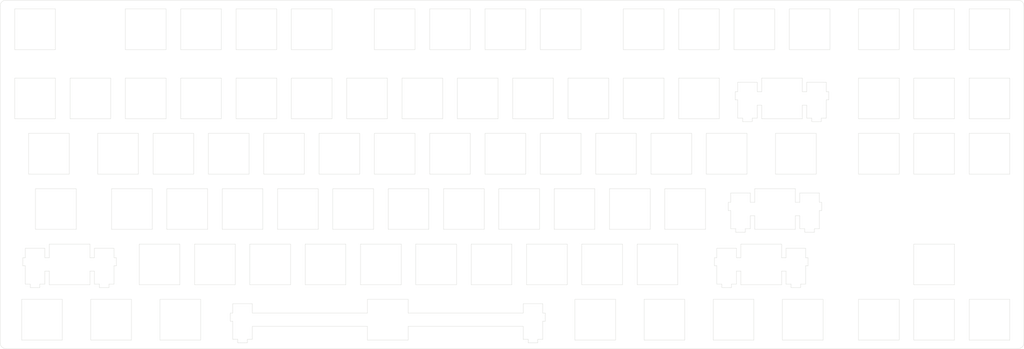
<source format=kicad_pcb>
(kicad_pcb (version 20171130) (host pcbnew "(5.1.2)-1")

  (general
    (thickness 1.6)
    (drawings 516)
    (tracks 0)
    (zones 0)
    (modules 0)
    (nets 1)
  )

  (page A4)
  (layers
    (0 F.Cu signal)
    (31 B.Cu signal)
    (32 B.Adhes user)
    (33 F.Adhes user)
    (34 B.Paste user)
    (35 F.Paste user)
    (36 B.SilkS user)
    (37 F.SilkS user)
    (38 B.Mask user)
    (39 F.Mask user)
    (40 Dwgs.User user)
    (41 Cmts.User user)
    (42 Eco1.User user)
    (43 Eco2.User user)
    (44 Edge.Cuts user)
    (45 Margin user)
    (46 B.CrtYd user)
    (47 F.CrtYd user)
    (48 B.Fab user)
    (49 F.Fab user)
  )

  (setup
    (last_trace_width 0.25)
    (trace_clearance 0.2)
    (zone_clearance 0.508)
    (zone_45_only no)
    (trace_min 0.2)
    (via_size 0.8)
    (via_drill 0.4)
    (via_min_size 0.4)
    (via_min_drill 0.3)
    (uvia_size 0.3)
    (uvia_drill 0.1)
    (uvias_allowed no)
    (uvia_min_size 0.2)
    (uvia_min_drill 0.1)
    (edge_width 0.05)
    (segment_width 0.2)
    (pcb_text_width 0.3)
    (pcb_text_size 1.5 1.5)
    (mod_edge_width 0.12)
    (mod_text_size 1 1)
    (mod_text_width 0.15)
    (pad_size 1.524 1.524)
    (pad_drill 0.762)
    (pad_to_mask_clearance 0.051)
    (solder_mask_min_width 0.25)
    (aux_axis_origin 0 0)
    (visible_elements 7FFFFFFF)
    (pcbplotparams
      (layerselection 0x010fc_ffffffff)
      (usegerberextensions false)
      (usegerberattributes false)
      (usegerberadvancedattributes false)
      (creategerberjobfile false)
      (excludeedgelayer true)
      (linewidth 0.100000)
      (plotframeref false)
      (viasonmask false)
      (mode 1)
      (useauxorigin false)
      (hpglpennumber 1)
      (hpglpenspeed 20)
      (hpglpendiameter 15.000000)
      (psnegative false)
      (psa4output false)
      (plotreference true)
      (plotvalue true)
      (plotinvisibletext false)
      (padsonsilk false)
      (subtractmaskfromsilk false)
      (outputformat 1)
      (mirror false)
      (drillshape 1)
      (scaleselection 1)
      (outputdirectory ""))
  )

  (net 0 "")

  (net_class Default "This is the default net class."
    (clearance 0.2)
    (trace_width 0.25)
    (via_dia 0.8)
    (via_drill 0.4)
    (uvia_dia 0.3)
    (uvia_drill 0.1)
  )

  (gr_arc (start 61.5 158) (end 61.5 160) (angle 90) (layer Edge.Cuts) (width 0.1))
  (gr_arc (start 410 158) (end 410 160) (angle -90) (layer Edge.Cuts) (width 0.1))
  (gr_arc (start 410 42) (end 410 40) (angle 90) (layer Edge.Cuts) (width 0.1))
  (gr_arc (start 61.5 42) (end 61.5 40) (angle -90) (layer Edge.Cuts) (width 0.097))
  (gr_line (start 149.962616 118.9365) (end 135.961916 118.9365) (layer Edge.Cuts) (width 0.09906))
  (gr_line (start 393.136916 85.8872) (end 407.137916 85.8872) (layer Edge.Cuts) (width 0.09906))
  (gr_line (start 85.668916 118.9365) (end 71.668116 118.9365) (layer Edge.Cuts) (width 0.09906))
  (gr_line (start 71.668116 104.9372) (end 85.668916 104.9372) (layer Edge.Cuts) (width 0.09906))
  (gr_line (start 135.961916 118.9365) (end 135.961916 104.9372) (layer Edge.Cuts) (width 0.09906))
  (gr_line (start 97.861916 118.9365) (end 97.861916 104.9372) (layer Edge.Cuts) (width 0.09906))
  (gr_line (start 116.911916 118.9365) (end 116.911916 104.9372) (layer Edge.Cuts) (width 0.09906))
  (gr_line (start 116.911916 104.9372) (end 130.912616 104.9372) (layer Edge.Cuts) (width 0.09906))
  (gr_line (start 149.962616 104.9372) (end 149.962616 118.9365) (layer Edge.Cuts) (width 0.09906))
  (gr_line (start 155.011916 118.9365) (end 155.011916 104.9372) (layer Edge.Cuts) (width 0.09906))
  (gr_line (start 169.012916 118.9365) (end 155.011916 118.9365) (layer Edge.Cuts) (width 0.09906))
  (gr_line (start 207.112916 118.9365) (end 193.111916 118.9365) (layer Edge.Cuts) (width 0.09906))
  (gr_line (start 155.011916 104.9372) (end 169.012916 104.9372) (layer Edge.Cuts) (width 0.09906))
  (gr_line (start 71.668116 118.9365) (end 71.668116 104.9372) (layer Edge.Cuts) (width 0.09906))
  (gr_line (start 193.111916 118.9365) (end 193.111916 104.9372) (layer Edge.Cuts) (width 0.09906))
  (gr_line (start 111.862616 104.9372) (end 111.862616 118.9365) (layer Edge.Cuts) (width 0.09906))
  (gr_line (start 169.012916 104.9372) (end 169.012916 118.9365) (layer Edge.Cuts) (width 0.09906))
  (gr_line (start 135.961916 104.9372) (end 149.962616 104.9372) (layer Edge.Cuts) (width 0.09906))
  (gr_line (start 97.861916 104.9372) (end 111.862616 104.9372) (layer Edge.Cuts) (width 0.09906))
  (gr_line (start 130.912616 118.9365) (end 116.911916 118.9365) (layer Edge.Cuts) (width 0.09906))
  (gr_line (start 130.912616 104.9372) (end 130.912616 118.9365) (layer Edge.Cuts) (width 0.09906))
  (gr_line (start 188.062915 118.9365) (end 174.061916 118.9365) (layer Edge.Cuts) (width 0.09906))
  (gr_line (start 188.062915 104.9372) (end 188.062915 118.9365) (layer Edge.Cuts) (width 0.09906))
  (gr_line (start 407.137916 85.8872) (end 407.137916 99.8865) (layer Edge.Cuts) (width 0.09906))
  (gr_line (start 111.862616 118.9365) (end 97.861916 118.9365) (layer Edge.Cuts) (width 0.09906))
  (gr_line (start 85.668916 104.9372) (end 85.668916 118.9365) (layer Edge.Cuts) (width 0.09906))
  (gr_line (start 174.061916 118.9365) (end 174.061916 104.9372) (layer Edge.Cuts) (width 0.09906))
  (gr_line (start 174.061916 104.9372) (end 188.062915 104.9372) (layer Edge.Cuts) (width 0.09906))
  (gr_line (start 333.318916 104.9372) (end 319.317916 104.9372) (layer Edge.Cuts) (width 0.09906))
  (gr_line (start 334.842916 114.2375) (end 334.842916 118.7079) (layer Edge.Cuts) (width 0.09906))
  (gr_line (start 121.387616 137.9866) (end 107.386916 137.9866) (layer Edge.Cuts) (width 0.09906))
  (gr_line (start 311.042916 118.7079) (end 312.766916 118.7079) (layer Edge.Cuts) (width 0.09906))
  (gr_line (start 283.312916 118.9365) (end 269.311916 118.9365) (layer Edge.Cuts) (width 0.09906))
  (gr_line (start 288.361916 104.9372) (end 302.362916 104.9372) (layer Edge.Cuts) (width 0.09906))
  (gr_line (start 334.842916 109.6377) (end 333.318916 109.6377) (layer Edge.Cuts) (width 0.09906))
  (gr_line (start 269.311916 118.9365) (end 269.311916 104.9372) (layer Edge.Cuts) (width 0.09906))
  (gr_line (start 311.042916 109.6377) (end 310.218916 109.6377) (layer Edge.Cuts) (width 0.09906))
  (gr_line (start 317.793916 118.7079) (end 317.793916 114.2375) (layer Edge.Cuts) (width 0.09906))
  (gr_line (start 245.212916 104.9372) (end 245.212916 118.9365) (layer Edge.Cuts) (width 0.09906))
  (gr_line (start 231.211916 104.9372) (end 245.212916 104.9372) (layer Edge.Cuts) (width 0.09906))
  (gr_line (start 140.437616 137.9866) (end 126.436916 137.9866) (layer Edge.Cuts) (width 0.09906))
  (gr_line (start 269.311916 104.9372) (end 283.312916 104.9372) (layer Edge.Cuts) (width 0.09906))
  (gr_line (start 302.362916 104.9372) (end 302.362916 118.9365) (layer Edge.Cuts) (width 0.09906))
  (gr_line (start 339.868916 118.7079) (end 341.593916 118.7079) (layer Edge.Cuts) (width 0.09906))
  (gr_line (start 310.218916 109.6377) (end 310.218916 112.4377) (layer Edge.Cuts) (width 0.09906))
  (gr_line (start 334.842916 118.7079) (end 336.567916 118.7079) (layer Edge.Cuts) (width 0.09906))
  (gr_line (start 316.066915 119.9067) (end 316.066915 118.7079) (layer Edge.Cuts) (width 0.09906))
  (gr_line (start 319.317916 118.9365) (end 333.318916 118.9365) (layer Edge.Cuts) (width 0.09906))
  (gr_line (start 317.793916 106.4076) (end 311.042916 106.4076) (layer Edge.Cuts) (width 0.09906))
  (gr_line (start 212.161916 118.9365) (end 212.161916 104.9372) (layer Edge.Cuts) (width 0.09906))
  (gr_line (start 319.317916 114.2375) (end 319.317916 118.9365) (layer Edge.Cuts) (width 0.09906))
  (gr_line (start 341.593916 112.4377) (end 342.417916 112.4377) (layer Edge.Cuts) (width 0.09906))
  (gr_line (start 231.211916 118.9365) (end 231.211916 104.9372) (layer Edge.Cuts) (width 0.09906))
  (gr_line (start 333.318916 109.6377) (end 333.318916 104.9372) (layer Edge.Cuts) (width 0.09906))
  (gr_line (start 311.042916 112.4377) (end 311.042916 118.7079) (layer Edge.Cuts) (width 0.09906))
  (gr_line (start 126.436916 137.9866) (end 126.436916 123.9872) (layer Edge.Cuts) (width 0.09906))
  (gr_line (start 250.261916 104.9372) (end 264.262916 104.9372) (layer Edge.Cuts) (width 0.09906))
  (gr_line (start 341.593916 106.4076) (end 334.842916 106.4076) (layer Edge.Cuts) (width 0.09906))
  (gr_line (start 341.593916 109.6377) (end 341.593916 106.4076) (layer Edge.Cuts) (width 0.09906))
  (gr_line (start 342.417916 109.6377) (end 341.593916 109.6377) (layer Edge.Cuts) (width 0.09906))
  (gr_line (start 341.593916 118.7079) (end 341.593916 112.4377) (layer Edge.Cuts) (width 0.09906))
  (gr_line (start 336.567916 118.7079) (end 336.567916 119.9067) (layer Edge.Cuts) (width 0.09906))
  (gr_line (start 310.218916 112.4377) (end 311.042916 112.4377) (layer Edge.Cuts) (width 0.09906))
  (gr_line (start 121.387616 123.9872) (end 121.387616 137.9866) (layer Edge.Cuts) (width 0.09906))
  (gr_line (start 319.317916 109.6377) (end 317.793916 109.6377) (layer Edge.Cuts) (width 0.09906))
  (gr_line (start 317.793916 114.2375) (end 319.317916 114.2375) (layer Edge.Cuts) (width 0.09906))
  (gr_line (start 339.868916 119.9067) (end 339.868916 118.7079) (layer Edge.Cuts) (width 0.09906))
  (gr_line (start 336.567916 119.9067) (end 339.868916 119.9067) (layer Edge.Cuts) (width 0.09906))
  (gr_line (start 312.766916 118.7079) (end 312.766916 119.9067) (layer Edge.Cuts) (width 0.09906))
  (gr_line (start 333.318916 114.2375) (end 334.842916 114.2375) (layer Edge.Cuts) (width 0.09906))
  (gr_line (start 311.042916 106.4076) (end 311.042916 109.6377) (layer Edge.Cuts) (width 0.09906))
  (gr_line (start 319.317916 104.9372) (end 319.317916 109.6377) (layer Edge.Cuts) (width 0.09906))
  (gr_line (start 107.386916 137.9866) (end 107.386916 123.9872) (layer Edge.Cuts) (width 0.09906))
  (gr_line (start 333.318916 118.9365) (end 333.318916 114.2375) (layer Edge.Cuts) (width 0.09906))
  (gr_line (start 316.066915 118.7079) (end 317.793916 118.7079) (layer Edge.Cuts) (width 0.09906))
  (gr_line (start 207.112916 104.9372) (end 207.112916 118.9365) (layer Edge.Cuts) (width 0.09906))
  (gr_line (start 250.261916 118.9365) (end 250.261916 104.9372) (layer Edge.Cuts) (width 0.09906))
  (gr_line (start 334.842916 106.4076) (end 334.842916 109.6377) (layer Edge.Cuts) (width 0.09906))
  (gr_line (start 264.262916 104.9372) (end 264.262916 118.9365) (layer Edge.Cuts) (width 0.09906))
  (gr_line (start 283.312916 104.9372) (end 283.312916 118.9365) (layer Edge.Cuts) (width 0.09906))
  (gr_line (start 288.361916 118.9365) (end 288.361916 104.9372) (layer Edge.Cuts) (width 0.09906))
  (gr_line (start 193.111916 104.9372) (end 207.112916 104.9372) (layer Edge.Cuts) (width 0.09906))
  (gr_line (start 342.417916 112.4377) (end 342.417916 109.6377) (layer Edge.Cuts) (width 0.09906))
  (gr_line (start 212.161916 104.9372) (end 226.162916 104.9372) (layer Edge.Cuts) (width 0.09906))
  (gr_line (start 226.162916 118.9365) (end 212.161916 118.9365) (layer Edge.Cuts) (width 0.09906))
  (gr_line (start 312.766916 119.9067) (end 316.066915 119.9067) (layer Edge.Cuts) (width 0.09906))
  (gr_line (start 107.386916 123.9872) (end 121.387616 123.9872) (layer Edge.Cuts) (width 0.09906))
  (gr_line (start 226.162916 104.9372) (end 226.162916 118.9365) (layer Edge.Cuts) (width 0.09906))
  (gr_line (start 245.212916 118.9365) (end 231.211916 118.9365) (layer Edge.Cuts) (width 0.09906))
  (gr_line (start 302.362916 118.9365) (end 288.361916 118.9365) (layer Edge.Cuts) (width 0.09906))
  (gr_line (start 264.262916 118.9365) (end 250.261916 118.9365) (layer Edge.Cuts) (width 0.09906))
  (gr_line (start 317.793916 109.6377) (end 317.793916 106.4076) (layer Edge.Cuts) (width 0.09906))
  (gr_line (start 374.086916 157.03664) (end 374.086916 143.0371) (layer Edge.Cuts) (width 0.09906))
  (gr_line (start 257.406916 157.03664) (end 257.406916 143.0371) (layer Edge.Cuts) (width 0.09906))
  (gr_line (start 388.087916 157.03664) (end 374.086916 157.03664) (layer Edge.Cuts) (width 0.09906))
  (gr_line (start 306.281916 131.4878) (end 306.281916 137.7579) (layer Edge.Cuts) (width 0.09906))
  (gr_line (start 305.456916 128.6877) (end 305.456916 131.4878) (layer Edge.Cuts) (width 0.09906))
  (gr_line (start 66.906946 143.0371) (end 80.906416 143.0371) (layer Edge.Cuts) (width 0.09906))
  (gr_line (start 281.217916 143.0371) (end 295.218916 143.0371) (layer Edge.Cuts) (width 0.09906))
  (gr_line (start 407.137916 157.03664) (end 393.136916 157.03664) (layer Edge.Cuts) (width 0.09906))
  (gr_line (start 281.217916 157.03664) (end 281.217916 143.0371) (layer Edge.Cuts) (width 0.09906))
  (gr_line (start 104.718916 143.0371) (end 104.718916 157.03664) (layer Edge.Cuts) (width 0.09906))
  (gr_line (start 305.031916 143.0371) (end 319.030915 143.0371) (layer Edge.Cuts) (width 0.09906))
  (gr_line (start 328.842916 143.0371) (end 342.843916 143.0371) (layer Edge.Cuts) (width 0.09906))
  (gr_line (start 342.843916 143.0371) (end 342.843916 157.03664) (layer Edge.Cuts) (width 0.09906))
  (gr_line (start 388.087916 143.0371) (end 388.087916 157.03664) (layer Edge.Cuts) (width 0.09906))
  (gr_line (start 314.555916 133.2875) (end 314.555916 137.9866) (layer Edge.Cuts) (width 0.09906))
  (gr_line (start 311.304916 137.7579) (end 313.030916 137.7579) (layer Edge.Cuts) (width 0.09906))
  (gr_line (start 393.136916 157.03664) (end 393.136916 143.0371) (layer Edge.Cuts) (width 0.09906))
  (gr_line (start 311.304916 138.9568) (end 311.304916 137.7579) (layer Edge.Cuts) (width 0.09906))
  (gr_line (start 306.281916 125.4575) (end 306.281916 128.6877) (layer Edge.Cuts) (width 0.09906))
  (gr_line (start 128.531416 157.03664) (end 114.532116 157.03664) (layer Edge.Cuts) (width 0.09906))
  (gr_line (start 319.030915 157.03664) (end 305.031916 157.03664) (layer Edge.Cuts) (width 0.09906))
  (gr_line (start 319.030915 143.0371) (end 319.030915 157.03664) (layer Edge.Cuts) (width 0.09906))
  (gr_line (start 407.137916 143.0371) (end 407.137916 157.03664) (layer Edge.Cuts) (width 0.09906))
  (gr_line (start 114.532116 157.03664) (end 114.532116 143.0371) (layer Edge.Cuts) (width 0.09906))
  (gr_line (start 355.036916 157.03664) (end 355.036916 143.0371) (layer Edge.Cuts) (width 0.09906))
  (gr_line (start 257.406916 143.0371) (end 271.405916 143.0371) (layer Edge.Cuts) (width 0.09906))
  (gr_line (start 104.718916 157.03664) (end 90.718116 157.03664) (layer Edge.Cuts) (width 0.09906))
  (gr_line (start 369.037916 143.0371) (end 369.037916 157.03664) (layer Edge.Cuts) (width 0.09906))
  (gr_line (start 374.086916 143.0371) (end 388.087916 143.0371) (layer Edge.Cuts) (width 0.09906))
  (gr_line (start 306.281916 137.7579) (end 308.005916 137.7579) (layer Edge.Cuts) (width 0.09906))
  (gr_line (start 308.005916 138.9568) (end 311.304916 138.9568) (layer Edge.Cuts) (width 0.09906))
  (gr_line (start 305.456916 131.4878) (end 306.281916 131.4878) (layer Edge.Cuts) (width 0.09906))
  (gr_line (start 306.281916 128.6877) (end 305.456916 128.6877) (layer Edge.Cuts) (width 0.09906))
  (gr_line (start 314.555916 137.9866) (end 328.555916 137.9866) (layer Edge.Cuts) (width 0.09906))
  (gr_line (start 271.405916 157.03664) (end 257.406916 157.03664) (layer Edge.Cuts) (width 0.09906))
  (gr_line (start 66.906946 157.03664) (end 66.906946 143.0371) (layer Edge.Cuts) (width 0.09906))
  (gr_line (start 313.030916 125.4575) (end 306.281916 125.4575) (layer Edge.Cuts) (width 0.09906))
  (gr_line (start 313.030916 128.6877) (end 313.030916 125.4575) (layer Edge.Cuts) (width 0.09906))
  (gr_line (start 80.906416 157.03664) (end 66.906946 157.03664) (layer Edge.Cuts) (width 0.09906))
  (gr_line (start 114.532116 143.0371) (end 128.531416 143.0371) (layer Edge.Cuts) (width 0.09906))
  (gr_line (start 314.555916 128.6877) (end 313.030916 128.6877) (layer Edge.Cuts) (width 0.09906))
  (gr_line (start 314.555916 123.9872) (end 314.555916 128.6877) (layer Edge.Cuts) (width 0.09906))
  (gr_line (start 80.906416 143.0371) (end 80.906416 157.03664) (layer Edge.Cuts) (width 0.09906))
  (gr_line (start 271.405916 143.0371) (end 271.405916 157.03664) (layer Edge.Cuts) (width 0.09906))
  (gr_line (start 295.218916 157.03664) (end 281.217916 157.03664) (layer Edge.Cuts) (width 0.09906))
  (gr_line (start 342.843916 157.03664) (end 328.842916 157.03664) (layer Edge.Cuts) (width 0.09906))
  (gr_line (start 128.531416 143.0371) (end 128.531416 157.03664) (layer Edge.Cuts) (width 0.09906))
  (gr_line (start 355.036916 143.0371) (end 369.037916 143.0371) (layer Edge.Cuts) (width 0.09906))
  (gr_line (start 305.031916 157.03664) (end 305.031916 143.0371) (layer Edge.Cuts) (width 0.09906))
  (gr_line (start 313.030916 137.7579) (end 313.030916 133.2875) (layer Edge.Cuts) (width 0.09906))
  (gr_line (start 313.030916 133.2875) (end 314.555916 133.2875) (layer Edge.Cuts) (width 0.09906))
  (gr_line (start 90.718116 157.03664) (end 90.718116 143.0371) (layer Edge.Cuts) (width 0.09906))
  (gr_line (start 295.218916 143.0371) (end 295.218916 157.03664) (layer Edge.Cuts) (width 0.09906))
  (gr_line (start 369.037916 157.03664) (end 355.036916 157.03664) (layer Edge.Cuts) (width 0.09906))
  (gr_line (start 328.842916 157.03664) (end 328.842916 143.0371) (layer Edge.Cuts) (width 0.09906))
  (gr_line (start 308.005916 137.7579) (end 308.005916 138.9568) (layer Edge.Cuts) (width 0.09906))
  (gr_line (start 90.718116 143.0371) (end 104.718916 143.0371) (layer Edge.Cuts) (width 0.09906))
  (gr_line (start 241.317916 158.00678) (end 244.618916 158.00678) (layer Edge.Cuts) (width 0.09906))
  (gr_line (start 144.618716 158.00678) (end 144.618716 156.80789) (layer Edge.Cuts) (width 0.09906))
  (gr_line (start 59.5 158) (end 59.5 42) (layer Edge.Cuts) (width 0.09906))
  (gr_line (start 139.593116 144.5075) (end 139.593116 147.7377) (layer Edge.Cuts) (width 0.09906))
  (gr_line (start 244.618916 156.80789) (end 246.343916 156.80789) (layer Edge.Cuts) (width 0.09906))
  (gr_line (start 244.618916 158.00678) (end 244.618916 156.80789) (layer Edge.Cuts) (width 0.09906))
  (gr_line (start 146.343816 152.33753) (end 185.967916 152.33753) (layer Edge.Cuts) (width 0.09906))
  (gr_line (start 61.5 40) (end 410 40) (layer Edge.Cuts) (width 0.09906))
  (gr_line (start 239.592916 147.7377) (end 199.968916 147.7377) (layer Edge.Cuts) (width 0.09906))
  (gr_line (start 144.618716 156.80789) (end 146.343816 156.80789) (layer Edge.Cuts) (width 0.09906))
  (gr_line (start 239.592916 144.5075) (end 239.592916 147.7377) (layer Edge.Cuts) (width 0.09906))
  (gr_line (start 247.167916 147.7377) (end 246.343916 147.7377) (layer Edge.Cuts) (width 0.09906))
  (gr_line (start 138.769016 147.7377) (end 138.769016 150.53783) (layer Edge.Cuts) (width 0.09906))
  (gr_line (start 239.592916 156.80789) (end 241.317916 156.80789) (layer Edge.Cuts) (width 0.09906))
  (gr_line (start 141.318116 158.00678) (end 144.618716 158.00678) (layer Edge.Cuts) (width 0.09906))
  (gr_line (start 199.968916 152.33753) (end 239.592916 152.33753) (layer Edge.Cuts) (width 0.09906))
  (gr_line (start 138.769016 150.53783) (end 139.593116 150.53783) (layer Edge.Cuts) (width 0.09906))
  (gr_line (start 146.343816 156.80789) (end 146.343816 152.33753) (layer Edge.Cuts) (width 0.09906))
  (gr_line (start 141.318116 156.80789) (end 141.318116 158.00678) (layer Edge.Cuts) (width 0.09906))
  (gr_line (start 146.343816 144.5075) (end 139.593116 144.5075) (layer Edge.Cuts) (width 0.09906))
  (gr_line (start 246.343916 144.5075) (end 239.592916 144.5075) (layer Edge.Cuts) (width 0.09906))
  (gr_line (start 139.593116 147.7377) (end 138.769016 147.7377) (layer Edge.Cuts) (width 0.09906))
  (gr_line (start 393.136916 143.0371) (end 407.137916 143.0371) (layer Edge.Cuts) (width 0.09906))
  (gr_line (start 246.343916 156.80789) (end 246.343916 150.53783) (layer Edge.Cuts) (width 0.09906))
  (gr_line (start 185.967916 143.0371) (end 185.967916 147.7377) (layer Edge.Cuts) (width 0.09906))
  (gr_line (start 199.968916 143.0371) (end 185.967916 143.0371) (layer Edge.Cuts) (width 0.09906))
  (gr_line (start 199.968916 147.7377) (end 199.968916 143.0371) (layer Edge.Cuts) (width 0.09906))
  (gr_line (start 246.343916 147.7377) (end 246.343916 144.5075) (layer Edge.Cuts) (width 0.09906))
  (gr_line (start 247.167916 150.53783) (end 247.167916 147.7377) (layer Edge.Cuts) (width 0.09906))
  (gr_line (start 246.343916 150.53783) (end 247.167916 150.53783) (layer Edge.Cuts) (width 0.09906))
  (gr_line (start 241.317916 156.80789) (end 241.317916 158.00678) (layer Edge.Cuts) (width 0.09906))
  (gr_line (start 199.968916 157.03664) (end 199.968916 152.33753) (layer Edge.Cuts) (width 0.09906))
  (gr_line (start 146.343816 147.7377) (end 146.343816 144.5075) (layer Edge.Cuts) (width 0.09906))
  (gr_line (start 185.967916 147.7377) (end 146.343816 147.7377) (layer Edge.Cuts) (width 0.09906))
  (gr_line (start 139.593116 150.53783) (end 139.593116 156.80789) (layer Edge.Cuts) (width 0.09906))
  (gr_line (start 239.592916 152.33753) (end 239.592916 156.80789) (layer Edge.Cuts) (width 0.09906))
  (gr_line (start 185.967916 157.03664) (end 199.968916 157.03664) (layer Edge.Cuts) (width 0.09906))
  (gr_line (start 139.593116 156.80789) (end 141.318116 156.80789) (layer Edge.Cuts) (width 0.09906))
  (gr_line (start 185.967916 152.33753) (end 185.967916 157.03664) (layer Edge.Cuts) (width 0.09906))
  (gr_line (start 410 160) (end 61.5 160) (layer Edge.Cuts) (width 0.09906))
  (gr_line (start 412 42) (end 412 158) (layer Edge.Cuts) (width 0.09906))
  (gr_line (start 320.174915 68.3076) (end 313.425916 68.3076) (layer Edge.Cuts) (width 0.09906))
  (gr_line (start 320.174915 71.5377) (end 320.174915 68.3076) (layer Edge.Cuts) (width 0.09906))
  (gr_line (start 321.700916 71.5377) (end 320.174915 71.5377) (layer Edge.Cuts) (width 0.09906))
  (gr_line (start 69.286826 99.8865) (end 69.286826 85.8872) (layer Edge.Cuts) (width 0.09906))
  (gr_line (start 393.136916 80.8365) (end 393.136916 66.8372) (layer Edge.Cuts) (width 0.09906))
  (gr_line (start 355.036916 66.8372) (end 369.037916 66.8372) (layer Edge.Cuts) (width 0.09906))
  (gr_line (start 315.148916 80.6079) (end 315.148916 81.8067) (layer Edge.Cuts) (width 0.09906))
  (gr_line (start 288.074916 66.8372) (end 288.074916 80.8365) (layer Edge.Cuts) (width 0.09906))
  (gr_line (start 374.086916 66.8372) (end 388.087916 66.8372) (layer Edge.Cuts) (width 0.09906))
  (gr_line (start 355.036916 80.8365) (end 355.036916 66.8372) (layer Edge.Cuts) (width 0.09906))
  (gr_line (start 318.449916 80.6079) (end 320.174915 80.6079) (layer Edge.Cuts) (width 0.09906))
  (gr_line (start 312.599916 71.5377) (end 312.599916 74.3377) (layer Edge.Cuts) (width 0.09906))
  (gr_line (start 293.125916 80.8365) (end 293.125916 66.8372) (layer Edge.Cuts) (width 0.09906))
  (gr_line (start 374.086916 80.8365) (end 374.086916 66.8372) (layer Edge.Cuts) (width 0.09906))
  (gr_line (start 393.136916 66.8372) (end 407.137916 66.8372) (layer Edge.Cuts) (width 0.09906))
  (gr_line (start 83.287716 99.8865) (end 69.286826 99.8865) (layer Edge.Cuts) (width 0.09906))
  (gr_line (start 320.174915 76.1375) (end 321.700916 76.1375) (layer Edge.Cuts) (width 0.09906))
  (gr_line (start 407.137916 80.8365) (end 393.136916 80.8365) (layer Edge.Cuts) (width 0.09906))
  (gr_line (start 342.249916 81.8067) (end 342.249916 80.6079) (layer Edge.Cuts) (width 0.09906))
  (gr_line (start 337.225916 71.5377) (end 335.699916 71.5377) (layer Edge.Cuts) (width 0.09906))
  (gr_line (start 343.974916 80.6079) (end 343.974916 74.3377) (layer Edge.Cuts) (width 0.09906))
  (gr_line (start 312.599916 74.3377) (end 313.425916 74.3377) (layer Edge.Cuts) (width 0.09906))
  (gr_line (start 344.800916 74.3377) (end 344.800916 71.5377) (layer Edge.Cuts) (width 0.09906))
  (gr_line (start 321.700916 76.1375) (end 321.700916 80.8365) (layer Edge.Cuts) (width 0.09906))
  (gr_line (start 288.074916 80.8365) (end 274.075916 80.8365) (layer Edge.Cuts) (width 0.09906))
  (gr_line (start 313.425916 71.5377) (end 312.599916 71.5377) (layer Edge.Cuts) (width 0.09906))
  (gr_line (start 274.075916 66.8372) (end 288.074916 66.8372) (layer Edge.Cuts) (width 0.09906))
  (gr_line (start 313.425916 74.3377) (end 313.425916 80.6079) (layer Edge.Cuts) (width 0.09906))
  (gr_line (start 388.087916 80.8365) (end 374.086916 80.8365) (layer Edge.Cuts) (width 0.09906))
  (gr_line (start 338.950916 81.8067) (end 342.249916 81.8067) (layer Edge.Cuts) (width 0.09906))
  (gr_line (start 335.699916 66.8372) (end 321.700916 66.8372) (layer Edge.Cuts) (width 0.09906))
  (gr_line (start 342.249916 80.6079) (end 343.974916 80.6079) (layer Edge.Cuts) (width 0.09906))
  (gr_line (start 388.087916 66.8372) (end 388.087916 80.8365) (layer Edge.Cuts) (width 0.09906))
  (gr_line (start 335.699916 71.5377) (end 335.699916 66.8372) (layer Edge.Cuts) (width 0.09906))
  (gr_line (start 313.425916 80.6079) (end 315.148916 80.6079) (layer Edge.Cuts) (width 0.09906))
  (gr_line (start 344.800916 71.5377) (end 343.974916 71.5377) (layer Edge.Cuts) (width 0.09906))
  (gr_line (start 307.124916 80.8365) (end 293.125916 80.8365) (layer Edge.Cuts) (width 0.09906))
  (gr_line (start 307.124916 66.8372) (end 307.124916 80.8365) (layer Edge.Cuts) (width 0.09906))
  (gr_line (start 293.125916 66.8372) (end 307.124916 66.8372) (layer Edge.Cuts) (width 0.09906))
  (gr_line (start 369.037916 80.8365) (end 355.036916 80.8365) (layer Edge.Cuts) (width 0.09906))
  (gr_line (start 369.037916 66.8372) (end 369.037916 80.8365) (layer Edge.Cuts) (width 0.09906))
  (gr_line (start 407.137916 66.8372) (end 407.137916 80.8365) (layer Edge.Cuts) (width 0.09906))
  (gr_line (start 337.225916 68.3076) (end 337.225916 71.5377) (layer Edge.Cuts) (width 0.09906))
  (gr_line (start 343.974916 68.3076) (end 337.225916 68.3076) (layer Edge.Cuts) (width 0.09906))
  (gr_line (start 337.225916 80.6079) (end 338.950916 80.6079) (layer Edge.Cuts) (width 0.09906))
  (gr_line (start 343.974916 74.3377) (end 344.800916 74.3377) (layer Edge.Cuts) (width 0.09906))
  (gr_line (start 335.699916 76.1375) (end 337.225916 76.1375) (layer Edge.Cuts) (width 0.09906))
  (gr_line (start 343.974916 71.5377) (end 343.974916 68.3076) (layer Edge.Cuts) (width 0.09906))
  (gr_line (start 338.950916 80.6079) (end 338.950916 81.8067) (layer Edge.Cuts) (width 0.09906))
  (gr_line (start 337.225916 76.1375) (end 337.225916 80.6079) (layer Edge.Cuts) (width 0.09906))
  (gr_line (start 335.699916 80.8365) (end 335.699916 76.1375) (layer Edge.Cuts) (width 0.09906))
  (gr_line (start 318.449916 81.8067) (end 318.449916 80.6079) (layer Edge.Cuts) (width 0.09906))
  (gr_line (start 313.425916 68.3076) (end 313.425916 71.5377) (layer Edge.Cuts) (width 0.09906))
  (gr_line (start 321.700916 80.8365) (end 335.699916 80.8365) (layer Edge.Cuts) (width 0.09906))
  (gr_line (start 320.174915 80.6079) (end 320.174915 76.1375) (layer Edge.Cuts) (width 0.09906))
  (gr_line (start 321.700916 66.8372) (end 321.700916 71.5377) (layer Edge.Cuts) (width 0.09906))
  (gr_line (start 315.148916 81.8067) (end 318.449916 81.8067) (layer Edge.Cuts) (width 0.09906))
  (gr_line (start 388.087916 99.8865) (end 374.086916 99.8865) (layer Edge.Cuts) (width 0.09906))
  (gr_line (start 245.500916 85.8872) (end 259.499916 85.8872) (layer Edge.Cuts) (width 0.09906))
  (gr_line (start 302.650916 99.8865) (end 302.650916 85.8872) (layer Edge.Cuts) (width 0.09906))
  (gr_line (start 207.400916 99.8865) (end 207.400916 85.8872) (layer Edge.Cuts) (width 0.09906))
  (gr_line (start 369.037916 99.8865) (end 355.036916 99.8865) (layer Edge.Cuts) (width 0.09906))
  (gr_line (start 297.599916 85.8872) (end 297.599916 99.8865) (layer Edge.Cuts) (width 0.09906))
  (gr_line (start 388.087916 85.8872) (end 388.087916 99.8865) (layer Edge.Cuts) (width 0.09906))
  (gr_line (start 126.150116 99.8865) (end 112.150816 99.8865) (layer Edge.Cuts) (width 0.09906))
  (gr_line (start 226.450916 99.8865) (end 226.450916 85.8872) (layer Edge.Cuts) (width 0.09906))
  (gr_line (start 107.100116 99.8865) (end 93.100716 99.8865) (layer Edge.Cuts) (width 0.09906))
  (gr_line (start 107.100116 85.8872) (end 107.100116 99.8865) (layer Edge.Cuts) (width 0.09906))
  (gr_line (start 112.150816 99.8865) (end 112.150816 85.8872) (layer Edge.Cuts) (width 0.09906))
  (gr_line (start 264.550916 85.8872) (end 278.549916 85.8872) (layer Edge.Cuts) (width 0.09906))
  (gr_line (start 150.250816 99.8865) (end 150.250816 85.8872) (layer Edge.Cuts) (width 0.09906))
  (gr_line (start 169.300916 85.8872) (end 183.299916 85.8872) (layer Edge.Cuts) (width 0.09906))
  (gr_line (start 302.650916 85.8872) (end 316.649916 85.8872) (layer Edge.Cuts) (width 0.09906))
  (gr_line (start 207.400916 85.8872) (end 221.399916 85.8872) (layer Edge.Cuts) (width 0.09906))
  (gr_line (start 374.086916 85.8872) (end 388.087916 85.8872) (layer Edge.Cuts) (width 0.09906))
  (gr_line (start 93.100716 85.8872) (end 107.100116 85.8872) (layer Edge.Cuts) (width 0.09906))
  (gr_line (start 240.449916 85.8872) (end 240.449916 99.8865) (layer Edge.Cuts) (width 0.09906))
  (gr_line (start 283.600916 99.8865) (end 283.600916 85.8872) (layer Edge.Cuts) (width 0.09906))
  (gr_line (start 126.150116 85.8872) (end 126.150116 99.8865) (layer Edge.Cuts) (width 0.09906))
  (gr_line (start 112.150816 85.8872) (end 126.150116 85.8872) (layer Edge.Cuts) (width 0.09906))
  (gr_line (start 183.299916 99.8865) (end 169.300916 99.8865) (layer Edge.Cuts) (width 0.09906))
  (gr_line (start 407.137916 99.8865) (end 393.136916 99.8865) (layer Edge.Cuts) (width 0.09906))
  (gr_line (start 221.399916 99.8865) (end 207.400916 99.8865) (layer Edge.Cuts) (width 0.09906))
  (gr_line (start 278.549916 85.8872) (end 278.549916 99.8865) (layer Edge.Cuts) (width 0.09906))
  (gr_line (start 326.461916 85.8872) (end 340.462916 85.8872) (layer Edge.Cuts) (width 0.09906))
  (gr_line (start 131.200816 99.8865) (end 131.200816 85.8872) (layer Edge.Cuts) (width 0.09906))
  (gr_line (start 145.200116 85.8872) (end 145.200116 99.8865) (layer Edge.Cuts) (width 0.09906))
  (gr_line (start 326.461916 99.8865) (end 326.461916 85.8872) (layer Edge.Cuts) (width 0.09906))
  (gr_line (start 164.249916 85.8872) (end 164.249916 99.8865) (layer Edge.Cuts) (width 0.09906))
  (gr_line (start 183.299916 85.8872) (end 183.299916 99.8865) (layer Edge.Cuts) (width 0.09906))
  (gr_line (start 374.086916 99.8865) (end 374.086916 85.8872) (layer Edge.Cuts) (width 0.09906))
  (gr_line (start 221.399916 85.8872) (end 221.399916 99.8865) (layer Edge.Cuts) (width 0.09906))
  (gr_line (start 264.550916 99.8865) (end 264.550916 85.8872) (layer Edge.Cuts) (width 0.09906))
  (gr_line (start 245.500916 99.8865) (end 245.500916 85.8872) (layer Edge.Cuts) (width 0.09906))
  (gr_line (start 188.350916 99.8865) (end 188.350916 85.8872) (layer Edge.Cuts) (width 0.09906))
  (gr_line (start 340.462916 99.8865) (end 326.461916 99.8865) (layer Edge.Cuts) (width 0.09906))
  (gr_line (start 164.249916 99.8865) (end 150.250816 99.8865) (layer Edge.Cuts) (width 0.09906))
  (gr_line (start 83.287716 85.8872) (end 83.287716 99.8865) (layer Edge.Cuts) (width 0.09906))
  (gr_line (start 240.449916 99.8865) (end 226.450916 99.8865) (layer Edge.Cuts) (width 0.09906))
  (gr_line (start 259.499916 99.8865) (end 245.500916 99.8865) (layer Edge.Cuts) (width 0.09906))
  (gr_line (start 259.499916 85.8872) (end 259.499916 99.8865) (layer Edge.Cuts) (width 0.09906))
  (gr_line (start 316.649916 99.8865) (end 302.650916 99.8865) (layer Edge.Cuts) (width 0.09906))
  (gr_line (start 69.286826 85.8872) (end 83.287716 85.8872) (layer Edge.Cuts) (width 0.09906))
  (gr_line (start 93.100716 99.8865) (end 93.100716 85.8872) (layer Edge.Cuts) (width 0.09906))
  (gr_line (start 145.200116 99.8865) (end 131.200816 99.8865) (layer Edge.Cuts) (width 0.09906))
  (gr_line (start 131.200816 85.8872) (end 145.200116 85.8872) (layer Edge.Cuts) (width 0.09906))
  (gr_line (start 297.599916 99.8865) (end 283.600916 99.8865) (layer Edge.Cuts) (width 0.09906))
  (gr_line (start 355.036916 85.8872) (end 369.037916 85.8872) (layer Edge.Cuts) (width 0.09906))
  (gr_line (start 150.250816 85.8872) (end 164.249916 85.8872) (layer Edge.Cuts) (width 0.09906))
  (gr_line (start 169.300916 99.8865) (end 169.300916 85.8872) (layer Edge.Cuts) (width 0.09906))
  (gr_line (start 202.349916 85.8872) (end 202.349916 99.8865) (layer Edge.Cuts) (width 0.09906))
  (gr_line (start 188.350916 85.8872) (end 202.349916 85.8872) (layer Edge.Cuts) (width 0.09906))
  (gr_line (start 393.136916 99.8865) (end 393.136916 85.8872) (layer Edge.Cuts) (width 0.09906))
  (gr_line (start 283.600916 85.8872) (end 297.599916 85.8872) (layer Edge.Cuts) (width 0.09906))
  (gr_line (start 278.549916 99.8865) (end 264.550916 99.8865) (layer Edge.Cuts) (width 0.09906))
  (gr_line (start 316.649916 85.8872) (end 316.649916 99.8865) (layer Edge.Cuts) (width 0.09906))
  (gr_line (start 340.462916 85.8872) (end 340.462916 99.8865) (layer Edge.Cuts) (width 0.09906))
  (gr_line (start 202.349916 99.8865) (end 188.350916 99.8865) (layer Edge.Cuts) (width 0.09906))
  (gr_line (start 226.450916 85.8872) (end 240.449916 85.8872) (layer Edge.Cuts) (width 0.09906))
  (gr_line (start 355.036916 99.8865) (end 355.036916 85.8872) (layer Edge.Cuts) (width 0.09906))
  (gr_line (start 369.037916 85.8872) (end 369.037916 99.8865) (layer Edge.Cuts) (width 0.09906))
  (gr_line (start 116.625116 66.8372) (end 116.625116 80.8365) (layer Edge.Cuts) (width 0.09906))
  (gr_line (start 369.037916 43.025) (end 369.037916 57.025) (layer Edge.Cuts) (width 0.09906))
  (gr_line (start 102.625816 66.8372) (end 116.625116 66.8372) (layer Edge.Cuts) (width 0.09906))
  (gr_line (start 249.974916 66.8372) (end 249.974916 80.8365) (layer Edge.Cuts) (width 0.09906))
  (gr_line (start 255.025916 80.8365) (end 255.025916 66.8372) (layer Edge.Cuts) (width 0.09906))
  (gr_line (start 388.087916 43.025) (end 388.087916 57.025) (layer Edge.Cuts) (width 0.09906))
  (gr_line (start 407.137916 57.025) (end 393.136916 57.025) (layer Edge.Cuts) (width 0.09906))
  (gr_line (start 121.675816 66.8372) (end 135.675116 66.8372) (layer Edge.Cuts) (width 0.09906))
  (gr_line (start 159.774916 66.8372) (end 173.773916 66.8372) (layer Edge.Cuts) (width 0.09906))
  (gr_line (start 211.874916 66.8372) (end 211.874916 80.8365) (layer Edge.Cuts) (width 0.09906))
  (gr_line (start 83.575716 80.8365) (end 83.575716 66.8372) (layer Edge.Cuts) (width 0.09906))
  (gr_line (start 97.575116 80.8365) (end 83.575716 80.8365) (layer Edge.Cuts) (width 0.09906))
  (gr_line (start 274.075916 80.8365) (end 274.075916 66.8372) (layer Edge.Cuts) (width 0.09906))
  (gr_line (start 121.675816 80.8365) (end 121.675816 66.8372) (layer Edge.Cuts) (width 0.09906))
  (gr_line (start 197.875916 80.8365) (end 197.875916 66.8372) (layer Edge.Cuts) (width 0.09906))
  (gr_line (start 255.025916 66.8372) (end 269.024916 66.8372) (layer Edge.Cuts) (width 0.09906))
  (gr_line (start 211.874916 80.8365) (end 197.875916 80.8365) (layer Edge.Cuts) (width 0.09906))
  (gr_line (start 312.175916 43.025) (end 326.174915 43.025) (layer Edge.Cuts) (width 0.09906))
  (gr_line (start 135.675116 66.8372) (end 135.675116 80.8365) (layer Edge.Cuts) (width 0.09906))
  (gr_line (start 78.525216 66.8372) (end 78.525216 80.8365) (layer Edge.Cuts) (width 0.09906))
  (gr_line (start 345.224916 43.025) (end 345.224916 57.025) (layer Edge.Cuts) (width 0.09906))
  (gr_line (start 331.225916 43.025) (end 345.224916 43.025) (layer Edge.Cuts) (width 0.09906))
  (gr_line (start 173.773916 80.8365) (end 159.774916 80.8365) (layer Edge.Cuts) (width 0.09906))
  (gr_line (start 388.087916 57.025) (end 374.086916 57.025) (layer Edge.Cuts) (width 0.09906))
  (gr_line (start 393.136916 43.025) (end 407.137916 43.025) (layer Edge.Cuts) (width 0.09906))
  (gr_line (start 140.725816 80.8365) (end 140.725816 66.8372) (layer Edge.Cuts) (width 0.09906))
  (gr_line (start 97.575116 66.8372) (end 97.575116 80.8365) (layer Edge.Cuts) (width 0.09906))
  (gr_line (start 159.774916 80.8365) (end 159.774916 66.8372) (layer Edge.Cuts) (width 0.09906))
  (gr_line (start 64.524326 80.8365) (end 64.524326 66.8372) (layer Edge.Cuts) (width 0.09906))
  (gr_line (start 102.625816 80.8365) (end 102.625816 66.8372) (layer Edge.Cuts) (width 0.09906))
  (gr_line (start 235.975916 80.8365) (end 235.975916 66.8372) (layer Edge.Cuts) (width 0.09906))
  (gr_line (start 135.675116 80.8365) (end 121.675816 80.8365) (layer Edge.Cuts) (width 0.09906))
  (gr_line (start 154.725116 80.8365) (end 140.725816 80.8365) (layer Edge.Cuts) (width 0.09906))
  (gr_line (start 230.924916 66.8372) (end 230.924916 80.8365) (layer Edge.Cuts) (width 0.09906))
  (gr_line (start 178.824916 80.8365) (end 178.824916 66.8372) (layer Edge.Cuts) (width 0.09906))
  (gr_line (start 216.925916 80.8365) (end 216.925916 66.8372) (layer Edge.Cuts) (width 0.09906))
  (gr_line (start 326.174915 57.025) (end 312.175916 57.025) (layer Edge.Cuts) (width 0.09906))
  (gr_line (start 173.773916 66.8372) (end 173.773916 80.8365) (layer Edge.Cuts) (width 0.09906))
  (gr_line (start 355.036916 43.025) (end 369.037916 43.025) (layer Edge.Cuts) (width 0.09906))
  (gr_line (start 326.174915 43.025) (end 326.174915 57.025) (layer Edge.Cuts) (width 0.09906))
  (gr_line (start 355.036916 57.025) (end 355.036916 43.025) (layer Edge.Cuts) (width 0.09906))
  (gr_line (start 178.824916 66.8372) (end 192.824915 66.8372) (layer Edge.Cuts) (width 0.09906))
  (gr_line (start 369.037916 57.025) (end 355.036916 57.025) (layer Edge.Cuts) (width 0.09906))
  (gr_line (start 249.974916 80.8365) (end 235.975916 80.8365) (layer Edge.Cuts) (width 0.09906))
  (gr_line (start 374.086916 57.025) (end 374.086916 43.025) (layer Edge.Cuts) (width 0.09906))
  (gr_line (start 216.925916 66.8372) (end 230.924916 66.8372) (layer Edge.Cuts) (width 0.09906))
  (gr_line (start 374.086916 43.025) (end 388.087916 43.025) (layer Edge.Cuts) (width 0.09906))
  (gr_line (start 407.137916 43.025) (end 407.137916 57.025) (layer Edge.Cuts) (width 0.09906))
  (gr_line (start 64.524326 66.8372) (end 78.525216 66.8372) (layer Edge.Cuts) (width 0.09906))
  (gr_line (start 197.875916 66.8372) (end 211.874916 66.8372) (layer Edge.Cuts) (width 0.09906))
  (gr_line (start 269.024916 66.8372) (end 269.024916 80.8365) (layer Edge.Cuts) (width 0.09906))
  (gr_line (start 116.625116 80.8365) (end 102.625816 80.8365) (layer Edge.Cuts) (width 0.09906))
  (gr_line (start 192.824915 80.8365) (end 178.824916 80.8365) (layer Edge.Cuts) (width 0.09906))
  (gr_line (start 192.824915 66.8372) (end 192.824915 80.8365) (layer Edge.Cuts) (width 0.09906))
  (gr_line (start 140.725816 66.8372) (end 154.725116 66.8372) (layer Edge.Cuts) (width 0.09906))
  (gr_line (start 331.225916 57.025) (end 331.225916 43.025) (layer Edge.Cuts) (width 0.09906))
  (gr_line (start 393.136916 57.025) (end 393.136916 43.025) (layer Edge.Cuts) (width 0.09906))
  (gr_line (start 154.725116 66.8372) (end 154.725116 80.8365) (layer Edge.Cuts) (width 0.09906))
  (gr_line (start 235.975916 66.8372) (end 249.974916 66.8372) (layer Edge.Cuts) (width 0.09906))
  (gr_line (start 269.024916 80.8365) (end 255.025916 80.8365) (layer Edge.Cuts) (width 0.09906))
  (gr_line (start 83.575716 66.8372) (end 97.575116 66.8372) (layer Edge.Cuts) (width 0.09906))
  (gr_line (start 230.924916 80.8365) (end 216.925916 80.8365) (layer Edge.Cuts) (width 0.09906))
  (gr_line (start 345.224916 57.025) (end 331.225916 57.025) (layer Edge.Cuts) (width 0.09906))
  (gr_line (start 78.525216 80.8365) (end 64.524326 80.8365) (layer Edge.Cuts) (width 0.09906))
  (gr_line (start 312.175916 57.025) (end 312.175916 43.025) (layer Edge.Cuts) (width 0.09906))
  (gr_line (start 64.524326 57.025) (end 64.524326 43.025) (layer Edge.Cuts) (width 0.09906))
  (gr_line (start 288.074916 57.025) (end 274.075916 57.025) (layer Edge.Cuts) (width 0.09906))
  (gr_line (start 140.725816 43.025) (end 154.725116 43.025) (layer Edge.Cuts) (width 0.09906))
  (gr_line (start 78.525216 43.025) (end 78.525216 57.025) (layer Edge.Cuts) (width 0.09906))
  (gr_line (start 221.399916 57.025) (end 207.400916 57.025) (layer Edge.Cuts) (width 0.09906))
  (gr_line (start 240.449916 43.025) (end 240.449916 57.025) (layer Edge.Cuts) (width 0.09906))
  (gr_line (start 202.349916 57.025) (end 188.350916 57.025) (layer Edge.Cuts) (width 0.09906))
  (gr_line (start 307.124916 57.025) (end 293.125916 57.025) (layer Edge.Cuts) (width 0.09906))
  (gr_line (start 135.675116 43.025) (end 135.675116 57.025) (layer Edge.Cuts) (width 0.09906))
  (gr_line (start 240.449916 57.025) (end 226.450916 57.025) (layer Edge.Cuts) (width 0.09906))
  (gr_line (start 154.725116 43.025) (end 154.725116 57.025) (layer Edge.Cuts) (width 0.09906))
  (gr_line (start 173.773916 43.025) (end 173.773916 57.025) (layer Edge.Cuts) (width 0.09906))
  (gr_line (start 245.500916 57.025) (end 245.500916 43.025) (layer Edge.Cuts) (width 0.09906))
  (gr_line (start 307.124916 43.025) (end 307.124916 57.025) (layer Edge.Cuts) (width 0.09906))
  (gr_line (start 78.525216 57.025) (end 64.524326 57.025) (layer Edge.Cuts) (width 0.09906))
  (gr_line (start 159.774916 43.025) (end 173.773916 43.025) (layer Edge.Cuts) (width 0.09906))
  (gr_line (start 121.675816 57.025) (end 121.675816 43.025) (layer Edge.Cuts) (width 0.09906))
  (gr_line (start 102.625816 57.025) (end 102.625816 43.025) (layer Edge.Cuts) (width 0.09906))
  (gr_line (start 116.625116 57.025) (end 102.625816 57.025) (layer Edge.Cuts) (width 0.09906))
  (gr_line (start 207.400916 43.025) (end 221.399916 43.025) (layer Edge.Cuts) (width 0.09906))
  (gr_line (start 293.125916 57.025) (end 293.125916 43.025) (layer Edge.Cuts) (width 0.09906))
  (gr_line (start 116.625116 43.025) (end 116.625116 57.025) (layer Edge.Cuts) (width 0.09906))
  (gr_line (start 135.675116 57.025) (end 121.675816 57.025) (layer Edge.Cuts) (width 0.09906))
  (gr_line (start 121.675816 43.025) (end 135.675116 43.025) (layer Edge.Cuts) (width 0.09906))
  (gr_line (start 140.725816 57.025) (end 140.725816 43.025) (layer Edge.Cuts) (width 0.09906))
  (gr_line (start 154.725116 57.025) (end 140.725816 57.025) (layer Edge.Cuts) (width 0.09906))
  (gr_line (start 159.774916 57.025) (end 159.774916 43.025) (layer Edge.Cuts) (width 0.09906))
  (gr_line (start 226.450916 57.025) (end 226.450916 43.025) (layer Edge.Cuts) (width 0.09906))
  (gr_line (start 288.074916 43.025) (end 288.074916 57.025) (layer Edge.Cuts) (width 0.09906))
  (gr_line (start 259.499916 43.025) (end 259.499916 57.025) (layer Edge.Cuts) (width 0.09906))
  (gr_line (start 188.350916 57.025) (end 188.350916 43.025) (layer Edge.Cuts) (width 0.09906))
  (gr_line (start 188.350916 43.025) (end 202.349916 43.025) (layer Edge.Cuts) (width 0.09906))
  (gr_line (start 293.125916 43.025) (end 307.124916 43.025) (layer Edge.Cuts) (width 0.09906))
  (gr_line (start 207.400916 57.025) (end 207.400916 43.025) (layer Edge.Cuts) (width 0.09906))
  (gr_line (start 221.399916 43.025) (end 221.399916 57.025) (layer Edge.Cuts) (width 0.09906))
  (gr_line (start 226.450916 43.025) (end 240.449916 43.025) (layer Edge.Cuts) (width 0.09906))
  (gr_line (start 245.500916 43.025) (end 259.499916 43.025) (layer Edge.Cuts) (width 0.09906))
  (gr_line (start 274.075916 57.025) (end 274.075916 43.025) (layer Edge.Cuts) (width 0.09906))
  (gr_line (start 173.773916 57.025) (end 159.774916 57.025) (layer Edge.Cuts) (width 0.09906))
  (gr_line (start 202.349916 43.025) (end 202.349916 57.025) (layer Edge.Cuts) (width 0.09906))
  (gr_line (start 64.524326 43.025) (end 78.525216 43.025) (layer Edge.Cuts) (width 0.09906))
  (gr_line (start 102.625816 43.025) (end 116.625116 43.025) (layer Edge.Cuts) (width 0.09906))
  (gr_line (start 274.075916 43.025) (end 288.074916 43.025) (layer Edge.Cuts) (width 0.09906))
  (gr_line (start 259.499916 57.025) (end 245.500916 57.025) (layer Edge.Cuts) (width 0.09906))
  (gr_line (start 197.587916 123.9872) (end 197.587916 137.9866) (layer Edge.Cuts) (width 0.09906))
  (gr_line (start 178.537916 137.9866) (end 164.536916 137.9866) (layer Edge.Cuts) (width 0.09906))
  (gr_line (start 216.637916 123.9872) (end 216.637916 137.9866) (layer Edge.Cuts) (width 0.09906))
  (gr_line (start 235.687916 137.9866) (end 221.686916 137.9866) (layer Edge.Cuts) (width 0.09906))
  (gr_line (start 254.737916 137.9866) (end 240.736916 137.9866) (layer Edge.Cuts) (width 0.09906))
  (gr_line (start 273.787916 137.9866) (end 259.786916 137.9866) (layer Edge.Cuts) (width 0.09906))
  (gr_line (start 259.786916 137.9866) (end 259.786916 123.9872) (layer Edge.Cuts) (width 0.09906))
  (gr_line (start 145.486916 137.9866) (end 145.486916 123.9872) (layer Edge.Cuts) (width 0.09906))
  (gr_line (start 178.537916 123.9872) (end 178.537916 137.9866) (layer Edge.Cuts) (width 0.09906))
  (gr_line (start 164.536916 123.9872) (end 178.537916 123.9872) (layer Edge.Cuts) (width 0.09906))
  (gr_line (start 240.736916 137.9866) (end 240.736916 123.9872) (layer Edge.Cuts) (width 0.09906))
  (gr_line (start 221.686916 123.9872) (end 235.687916 123.9872) (layer Edge.Cuts) (width 0.09906))
  (gr_line (start 216.637916 137.9866) (end 202.636916 137.9866) (layer Edge.Cuts) (width 0.09906))
  (gr_line (start 140.437616 123.9872) (end 140.437616 137.9866) (layer Edge.Cuts) (width 0.09906))
  (gr_line (start 126.436916 123.9872) (end 140.437616 123.9872) (layer Edge.Cuts) (width 0.09906))
  (gr_line (start 159.487916 123.9872) (end 159.487916 137.9866) (layer Edge.Cuts) (width 0.09906))
  (gr_line (start 183.586916 123.9872) (end 197.587916 123.9872) (layer Edge.Cuts) (width 0.09906))
  (gr_line (start 159.487916 137.9866) (end 145.486916 137.9866) (layer Edge.Cuts) (width 0.09906))
  (gr_line (start 145.486916 123.9872) (end 159.487916 123.9872) (layer Edge.Cuts) (width 0.09906))
  (gr_line (start 197.587916 137.9866) (end 183.586916 137.9866) (layer Edge.Cuts) (width 0.09906))
  (gr_line (start 202.636916 137.9866) (end 202.636916 123.9872) (layer Edge.Cuts) (width 0.09906))
  (gr_line (start 202.636916 123.9872) (end 216.637916 123.9872) (layer Edge.Cuts) (width 0.09906))
  (gr_line (start 240.736916 123.9872) (end 254.737916 123.9872) (layer Edge.Cuts) (width 0.09906))
  (gr_line (start 183.586916 137.9866) (end 183.586916 123.9872) (layer Edge.Cuts) (width 0.09906))
  (gr_line (start 235.687916 123.9872) (end 235.687916 137.9866) (layer Edge.Cuts) (width 0.09906))
  (gr_line (start 221.686916 137.9866) (end 221.686916 123.9872) (layer Edge.Cuts) (width 0.09906))
  (gr_line (start 254.737916 123.9872) (end 254.737916 137.9866) (layer Edge.Cuts) (width 0.09906))
  (gr_line (start 164.536916 137.9866) (end 164.536916 123.9872) (layer Edge.Cuts) (width 0.09906))
  (gr_line (start 93.680916 138.9568) (end 96.981416 138.9568) (layer Edge.Cuts) (width 0.09906))
  (gr_line (start 76.431916 133.2875) (end 76.431916 137.9866) (layer Edge.Cuts) (width 0.09906))
  (gr_line (start 68.156836 128.6877) (end 67.331406 128.6877) (layer Edge.Cuts) (width 0.09906))
  (gr_line (start 336.831916 137.7579) (end 336.831916 131.4878) (layer Edge.Cuts) (width 0.09906))
  (gr_line (start 73.181216 138.9568) (end 73.181216 137.7579) (layer Edge.Cuts) (width 0.09906))
  (gr_line (start 67.331406 128.6877) (end 67.331406 131.4878) (layer Edge.Cuts) (width 0.09906))
  (gr_line (start 74.906416 125.4575) (end 68.156836 125.4575) (layer Edge.Cuts) (width 0.09906))
  (gr_line (start 73.181216 137.7579) (end 74.906416 137.7579) (layer Edge.Cuts) (width 0.09906))
  (gr_line (start 374.086916 137.9866) (end 374.086916 123.9872) (layer Edge.Cuts) (width 0.09906))
  (gr_line (start 330.081916 133.2875) (end 330.081916 137.7579) (layer Edge.Cuts) (width 0.09906))
  (gr_line (start 388.087916 123.9872) (end 388.087916 137.9866) (layer Edge.Cuts) (width 0.09906))
  (gr_line (start 91.956916 133.2875) (end 91.956916 137.7579) (layer Edge.Cuts) (width 0.09906))
  (gr_line (start 90.431416 137.9866) (end 90.431416 133.2875) (layer Edge.Cuts) (width 0.09906))
  (gr_line (start 69.880716 137.7579) (end 69.880716 138.9568) (layer Edge.Cuts) (width 0.09906))
  (gr_line (start 67.331406 131.4878) (end 68.156836 131.4878) (layer Edge.Cuts) (width 0.09906))
  (gr_line (start 336.831916 125.4575) (end 330.081916 125.4575) (layer Edge.Cuts) (width 0.09906))
  (gr_line (start 90.431416 133.2875) (end 91.956916 133.2875) (layer Edge.Cuts) (width 0.09906))
  (gr_line (start 336.831916 131.4878) (end 337.656916 131.4878) (layer Edge.Cuts) (width 0.09906))
  (gr_line (start 328.555916 137.9866) (end 328.555916 133.2875) (layer Edge.Cuts) (width 0.09906))
  (gr_line (start 331.805916 138.9568) (end 335.105916 138.9568) (layer Edge.Cuts) (width 0.09906))
  (gr_line (start 99.532016 131.4878) (end 99.532016 128.6877) (layer Edge.Cuts) (width 0.09906))
  (gr_line (start 98.706516 131.4878) (end 99.532016 131.4878) (layer Edge.Cuts) (width 0.09906))
  (gr_line (start 331.805916 137.7579) (end 331.805916 138.9568) (layer Edge.Cuts) (width 0.09906))
  (gr_line (start 330.081916 128.6877) (end 328.555916 128.6877) (layer Edge.Cuts) (width 0.09906))
  (gr_line (start 96.981416 137.7579) (end 98.706516 137.7579) (layer Edge.Cuts) (width 0.09906))
  (gr_line (start 68.156836 125.4575) (end 68.156836 128.6877) (layer Edge.Cuts) (width 0.09906))
  (gr_line (start 278.836916 137.9866) (end 278.836916 123.9872) (layer Edge.Cuts) (width 0.09906))
  (gr_line (start 388.087916 137.9866) (end 374.086916 137.9866) (layer Edge.Cuts) (width 0.09906))
  (gr_line (start 90.431416 128.6877) (end 90.431416 123.9872) (layer Edge.Cuts) (width 0.09906))
  (gr_line (start 99.532016 128.6877) (end 98.706516 128.6877) (layer Edge.Cuts) (width 0.09906))
  (gr_line (start 74.906416 137.7579) (end 74.906416 133.2875) (layer Edge.Cuts) (width 0.09906))
  (gr_line (start 76.431916 123.9872) (end 76.431916 128.6877) (layer Edge.Cuts) (width 0.09906))
  (gr_line (start 328.555916 123.9872) (end 314.555916 123.9872) (layer Edge.Cuts) (width 0.09906))
  (gr_line (start 337.656916 131.4878) (end 337.656916 128.6877) (layer Edge.Cuts) (width 0.09906))
  (gr_line (start 330.081916 125.4575) (end 330.081916 128.6877) (layer Edge.Cuts) (width 0.09906))
  (gr_line (start 273.787916 123.9872) (end 273.787916 137.9866) (layer Edge.Cuts) (width 0.09906))
  (gr_line (start 76.431916 128.6877) (end 74.906416 128.6877) (layer Edge.Cuts) (width 0.09906))
  (gr_line (start 330.081916 137.7579) (end 331.805916 137.7579) (layer Edge.Cuts) (width 0.09906))
  (gr_line (start 259.786916 123.9872) (end 273.787916 123.9872) (layer Edge.Cuts) (width 0.09906))
  (gr_line (start 90.431416 123.9872) (end 76.431916 123.9872) (layer Edge.Cuts) (width 0.09906))
  (gr_line (start 91.956916 137.7579) (end 93.680916 137.7579) (layer Edge.Cuts) (width 0.09906))
  (gr_line (start 336.831916 128.6877) (end 336.831916 125.4575) (layer Edge.Cuts) (width 0.09906))
  (gr_line (start 335.105916 137.7579) (end 336.831916 137.7579) (layer Edge.Cuts) (width 0.09906))
  (gr_line (start 91.956916 125.4575) (end 91.956916 128.6877) (layer Edge.Cuts) (width 0.09906))
  (gr_line (start 337.656916 128.6877) (end 336.831916 128.6877) (layer Edge.Cuts) (width 0.09906))
  (gr_line (start 335.105916 138.9568) (end 335.105916 137.7579) (layer Edge.Cuts) (width 0.09906))
  (gr_line (start 328.555916 133.2875) (end 330.081916 133.2875) (layer Edge.Cuts) (width 0.09906))
  (gr_line (start 98.706516 125.4575) (end 91.956916 125.4575) (layer Edge.Cuts) (width 0.09906))
  (gr_line (start 76.431916 137.9866) (end 90.431416 137.9866) (layer Edge.Cuts) (width 0.09906))
  (gr_line (start 74.906416 128.6877) (end 74.906416 125.4575) (layer Edge.Cuts) (width 0.09906))
  (gr_line (start 74.906416 133.2875) (end 76.431916 133.2875) (layer Edge.Cuts) (width 0.09906))
  (gr_line (start 69.880716 138.9568) (end 73.181216 138.9568) (layer Edge.Cuts) (width 0.09906))
  (gr_line (start 68.156836 137.7579) (end 69.880716 137.7579) (layer Edge.Cuts) (width 0.09906))
  (gr_line (start 292.837916 137.9866) (end 278.836916 137.9866) (layer Edge.Cuts) (width 0.09906))
  (gr_line (start 328.555916 128.6877) (end 328.555916 123.9872) (layer Edge.Cuts) (width 0.09906))
  (gr_line (start 93.680916 137.7579) (end 93.680916 138.9568) (layer Edge.Cuts) (width 0.09906))
  (gr_line (start 292.837916 123.9872) (end 292.837916 137.9866) (layer Edge.Cuts) (width 0.09906))
  (gr_line (start 278.836916 123.9872) (end 292.837916 123.9872) (layer Edge.Cuts) (width 0.09906))
  (gr_line (start 374.086916 123.9872) (end 388.087916 123.9872) (layer Edge.Cuts) (width 0.09906))
  (gr_line (start 91.956916 128.6877) (end 90.431416 128.6877) (layer Edge.Cuts) (width 0.09906))
  (gr_line (start 98.706516 128.6877) (end 98.706516 125.4575) (layer Edge.Cuts) (width 0.09906))
  (gr_line (start 68.156836 131.4878) (end 68.156836 137.7579) (layer Edge.Cuts) (width 0.09906))
  (gr_line (start 98.706516 137.7579) (end 98.706516 131.4878) (layer Edge.Cuts) (width 0.09906))
  (gr_line (start 96.981416 138.9568) (end 96.981416 137.7579) (layer Edge.Cuts) (width 0.09906))

)

</source>
